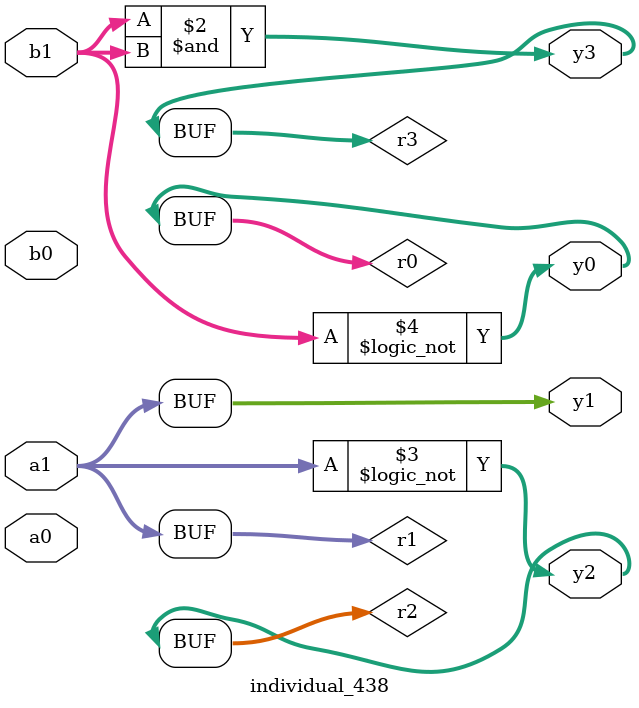
<source format=sv>
module individual_438(input logic [15:0] a1, input logic [15:0] a0, input logic [15:0] b1, input logic [15:0] b0, output logic [15:0] y3, output logic [15:0] y2, output logic [15:0] y1, output logic [15:0] y0);
logic [15:0] r0, r1, r2, r3; 
 always@(*) begin 
	 r0 = a0; r1 = a1; r2 = b0; r3 = b1; 
 	 r3  &=  b1 ;
 	 r2 = ! a1 ;
 	 r0 = ! b1 ;
 	 y3 = r3; y2 = r2; y1 = r1; y0 = r0; 
end
endmodule
</source>
